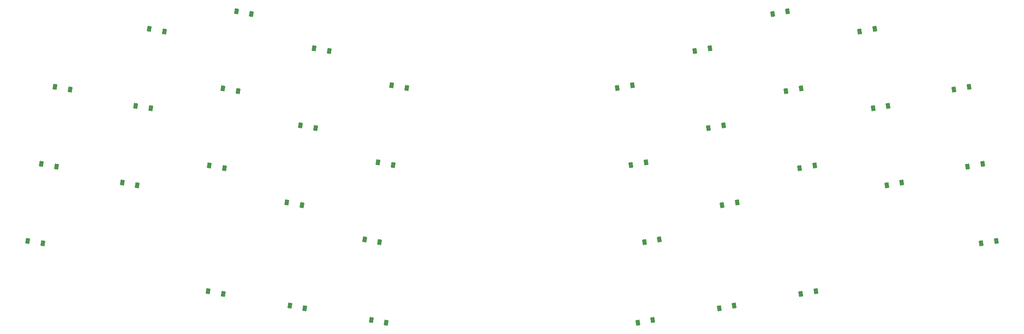
<source format=gbr>
%TF.GenerationSoftware,KiCad,Pcbnew,8.0.1*%
%TF.CreationDate,2024-05-10T10:41:52+02:00*%
%TF.ProjectId,main,6d61696e-2e6b-4696-9361-645f70636258,v1.0.0*%
%TF.SameCoordinates,Original*%
%TF.FileFunction,Paste,Bot*%
%TF.FilePolarity,Positive*%
%FSLAX46Y46*%
G04 Gerber Fmt 4.6, Leading zero omitted, Abs format (unit mm)*
G04 Created by KiCad (PCBNEW 8.0.1) date 2024-05-10 10:41:52*
%MOMM*%
%LPD*%
G01*
G04 APERTURE LIST*
G04 Aperture macros list*
%AMRotRect*
0 Rectangle, with rotation*
0 The origin of the aperture is its center*
0 $1 length*
0 $2 width*
0 $3 Rotation angle, in degrees counterclockwise*
0 Add horizontal line*
21,1,$1,$2,0,0,$3*%
G04 Aperture macros list end*
%ADD10RotRect,0.900000X1.200000X350.000000*%
%ADD11RotRect,0.900000X1.200000X10.000000*%
G04 APERTURE END LIST*
D10*
%TO.C,D9*%
X96446962Y-36768796D03*
X99696828Y-37341834D03*
%TD*%
D11*
%TO.C,D29*%
X198993764Y-62133272D03*
X202243630Y-61560234D03*
%TD*%
D10*
%TO.C,D15*%
X130163558Y-52868209D03*
X133413424Y-53441247D03*
%TD*%
D11*
%TO.C,D20*%
X255299048Y-70482809D03*
X258548914Y-69909771D03*
%TD*%
%TO.C,D36*%
X183607869Y-104447855D03*
X186857735Y-103874817D03*
%TD*%
%TO.C,D21*%
X252347029Y-53741078D03*
X255596895Y-53168040D03*
%TD*%
%TO.C,D25*%
X218804077Y-70825299D03*
X222053943Y-70252261D03*
%TD*%
D10*
%TO.C,D10*%
X107401224Y-78301963D03*
X110651090Y-78875001D03*
%TD*%
D11*
%TO.C,D23*%
X234794139Y-57851555D03*
X238044005Y-57278517D03*
%TD*%
D10*
%TO.C,D14*%
X127211541Y-69609942D03*
X130461407Y-70182980D03*
%TD*%
%TO.C,D1*%
X51095937Y-86651506D03*
X54345803Y-87224544D03*
%TD*%
%TO.C,D12*%
X113305263Y-44818503D03*
X116555129Y-45391541D03*
%TD*%
%TO.C,D13*%
X124259519Y-86351671D03*
X127509385Y-86924709D03*
%TD*%
D11*
%TO.C,D22*%
X237746154Y-74593286D03*
X240996020Y-74020248D03*
%TD*%
%TO.C,D26*%
X215852058Y-54083568D03*
X219101924Y-53510530D03*
%TD*%
D10*
%TO.C,D5*%
X74552866Y-57278518D03*
X77802732Y-57851556D03*
%TD*%
%TO.C,D2*%
X54047953Y-69909775D03*
X57297819Y-70482813D03*
%TD*%
D11*
%TO.C,D31*%
X185087476Y-86924711D03*
X188337342Y-86351673D03*
%TD*%
D10*
%TO.C,D4*%
X71600848Y-74020243D03*
X74850714Y-74593281D03*
%TD*%
%TO.C,D6*%
X77504884Y-40536785D03*
X80754750Y-41109823D03*
%TD*%
%TO.C,D16*%
X90286060Y-97623485D03*
X93535926Y-98196523D03*
%TD*%
D11*
%TO.C,D33*%
X179183441Y-53441250D03*
X182433307Y-52868212D03*
%TD*%
%TO.C,D32*%
X182135459Y-70182982D03*
X185385325Y-69609944D03*
%TD*%
D10*
%TO.C,D8*%
X93494940Y-53510532D03*
X96744806Y-54083570D03*
%TD*%
%TO.C,D17*%
X108012594Y-100749152D03*
X111262460Y-101322190D03*
%TD*%
D11*
%TO.C,D28*%
X201945782Y-78875005D03*
X205195648Y-78301967D03*
%TD*%
D10*
%TO.C,D18*%
X125739134Y-103874820D03*
X128989000Y-104447858D03*
%TD*%
D11*
%TO.C,D30*%
X196041735Y-45391544D03*
X199291601Y-44818506D03*
%TD*%
%TO.C,D35*%
X201334403Y-101322193D03*
X204584269Y-100749155D03*
%TD*%
%TO.C,D19*%
X258251062Y-87224548D03*
X261500928Y-86651510D03*
%TD*%
D10*
%TO.C,D11*%
X110353236Y-61560235D03*
X113603102Y-62133273D03*
%TD*%
%TO.C,D7*%
X90542923Y-70252259D03*
X93792789Y-70825297D03*
%TD*%
D11*
%TO.C,D34*%
X219060944Y-98196527D03*
X222310810Y-97623489D03*
%TD*%
%TO.C,D24*%
X231842110Y-41109820D03*
X235091976Y-40536782D03*
%TD*%
D10*
%TO.C,D3*%
X56999970Y-53168040D03*
X60249836Y-53741078D03*
%TD*%
D11*
%TO.C,D27*%
X212900042Y-37341836D03*
X216149908Y-36768798D03*
%TD*%
M02*

</source>
